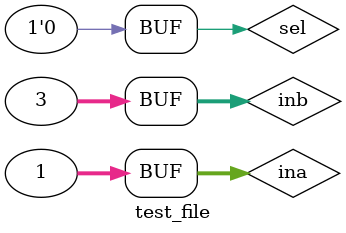
<source format=v>
`timescale 1ns / 1ps


module test_file;
/*
reg [9:0] address;
wire [31:0] instruction;


instruction_memory ins(
                    address,
                    instruction
                        );
                        
 initial begin 
 
 address = 10'b00_0000_0001;
#50 
 address = 10'b00_0000_0011;
 end
*/
/*
reg [31:0] ina,inb;
wire [31:0] out;

adder add(ina,inb,out);
 initial begin 
 
 ina = 1209;
 inb = 4565;

#50; 
 end*/
 /**
reg clk,reset;
reg PCSrc, PC_write;
reg [31:0] PC_Branch;
wire [31:0] PC_IF, INSTRUCTION_IF;

IF iff(
clk,reset,
PCSrc, PC_write,
PC_Branch,
PC_IF, INSTRUCTION_IF
    );

always #10 clk = ~clk;

  initial begin
    #0 clk=1'b0;
       reset=1'b1;
       
       PCSrc = 1'b0;
       PC_write = 1'b1;    
       PC_Branch = 32'b0;  
       
    
    
  
  end
    **/
    
reg [31:0] ina,inb;
reg sel;
wire [31:0] out;     
    
    
mux2_1 mmu(
ina,inb,
sel,
out  );

initial begin 
#0
sel = 1'b0;
ina = 32'b0000000000000000000000000000001;
inb = 32'b0000000000000000000000000000011;
#100;


end


   
endmodule

</source>
